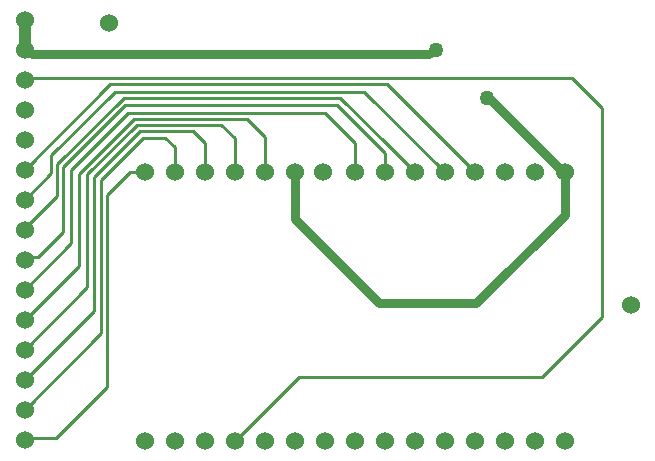
<source format=gtl>
G04*
G04 #@! TF.GenerationSoftware,Altium Limited,Altium Designer,20.0.14 (345)*
G04*
G04 Layer_Physical_Order=1*
G04 Layer_Color=255*
%FSLAX25Y25*%
%MOIN*%
G70*
G01*
G75*
%ADD10C,0.01000*%
%ADD13C,0.03000*%
%ADD14C,0.01500*%
%ADD15C,0.04000*%
%ADD16C,0.06000*%
%ADD17C,0.05000*%
D10*
X204500Y52000D02*
Y121500D01*
X194500Y131500D02*
X204500Y121500D01*
X184500Y32000D02*
X204500Y52000D01*
X12500Y131500D02*
X194500D01*
X12000Y131000D02*
X12500Y131500D01*
X12000Y101000D02*
X40500Y129500D01*
X132764D01*
X162000Y100264D01*
X103500Y32000D02*
X184500D01*
X82000Y10500D02*
X103500Y32000D01*
X12000Y11000D02*
X12500Y11500D01*
X22500D01*
X39500Y28500D02*
Y92500D01*
X22500Y11500D02*
X39500Y28500D01*
Y92500D02*
X47264Y100264D01*
X52000D01*
X12000Y21000D02*
X37500Y46500D01*
Y97500D01*
X58914Y111586D02*
X62000Y108500D01*
X51586Y111586D02*
X58914D01*
X37500Y97500D02*
X51586Y111586D01*
X62000Y100264D02*
Y108500D01*
X12000Y31000D02*
X35000Y54000D01*
Y98500D01*
X50500Y114000D02*
X68000D01*
X35000Y98500D02*
X50500Y114000D01*
X72000Y100264D02*
Y110000D01*
X68000Y114000D02*
X72000Y110000D01*
X12000Y41000D02*
X32836Y61836D01*
Y99336D01*
X49500Y116000D01*
X77500D01*
X82000Y111500D01*
Y100264D02*
Y111500D01*
X12000Y51000D02*
X30000Y69000D01*
Y99500D01*
X48500Y118000D01*
X86000D01*
X92000Y112000D01*
Y100264D02*
Y112000D01*
X27500Y76500D02*
Y101000D01*
X12000Y61000D02*
X27500Y76500D01*
X24900Y80100D02*
Y101900D01*
X16500Y71700D02*
X24900Y80100D01*
X27500Y101000D02*
X46500Y120000D01*
X112000D01*
X122000Y110000D01*
Y100264D02*
Y110000D01*
X12000Y71000D02*
X12700Y71700D01*
X16500D01*
X24900Y101900D02*
X45500Y122500D01*
X116000D01*
X132000Y106500D01*
Y100264D02*
Y106500D01*
X12000Y81000D02*
Y81500D01*
X22728Y92228D02*
Y102728D01*
X12000Y81500D02*
X22728Y92228D01*
Y102728D02*
X45000Y125000D01*
X117264D01*
X20728Y99728D02*
Y105728D01*
X42000Y127000D01*
X125264D01*
X152000Y100264D01*
X12000Y91000D02*
X20728Y99728D01*
X117264Y125000D02*
X132665Y109599D01*
Y109599D02*
Y109599D01*
Y109599D02*
X142000Y100264D01*
D13*
X12000Y141000D02*
X12812D01*
X14312Y139500D01*
X146959D01*
X148076Y140617D01*
X148214D01*
X148756Y140076D01*
X166632Y125000D02*
X191368Y100264D01*
X130000Y56500D02*
X162500D01*
X102000Y84500D02*
Y100264D01*
Y84500D02*
X130000Y56500D01*
X192000Y86000D02*
Y100264D01*
X162500Y56500D02*
X192000Y86000D01*
D14*
X166000Y125000D02*
X166632D01*
X191368Y100264D02*
X192000D01*
D15*
X12000Y141000D02*
Y151000D01*
D16*
X214000Y56000D02*
D03*
X40000Y150000D02*
D03*
X12000Y151000D02*
D03*
Y141000D02*
D03*
Y131000D02*
D03*
Y11000D02*
D03*
Y21000D02*
D03*
Y31000D02*
D03*
Y41000D02*
D03*
Y51000D02*
D03*
Y61000D02*
D03*
Y71000D02*
D03*
Y81000D02*
D03*
Y91000D02*
D03*
Y101000D02*
D03*
Y111000D02*
D03*
Y121000D02*
D03*
X52000Y10500D02*
D03*
X62000D02*
D03*
X72000D02*
D03*
X82000D02*
D03*
X92000D02*
D03*
X102000D02*
D03*
X112000D02*
D03*
X122000D02*
D03*
X132000D02*
D03*
X142000D02*
D03*
X152000D02*
D03*
X162000D02*
D03*
X172000D02*
D03*
X182000D02*
D03*
X192000D02*
D03*
Y100264D02*
D03*
X182000D02*
D03*
X172000D02*
D03*
X162000D02*
D03*
X152000D02*
D03*
X142000D02*
D03*
X132000D02*
D03*
X122000D02*
D03*
X111500D02*
D03*
X102000D02*
D03*
X92000D02*
D03*
X82000D02*
D03*
X72000D02*
D03*
X62000D02*
D03*
X52000D02*
D03*
D17*
X166000Y125000D02*
D03*
X149000Y141000D02*
D03*
M02*

</source>
